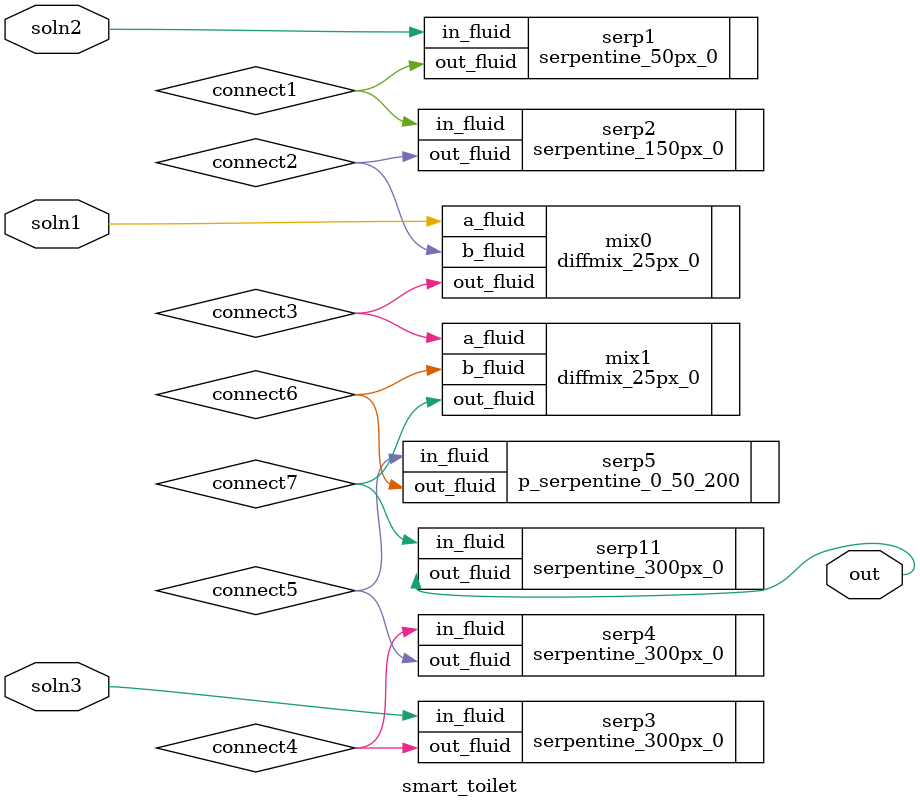
<source format=v>
module smart_toilet (
    soln1,
    soln2,
    soln3,
    out
);

input   soln1, soln2, soln3;
output  out;

wire    connect1,  connect2,  connect3,  connect4,  connect5,  connect6,  connect7;

serpentine_50px_0   serp1   (.in_fluid(soln2), .out_fluid(connect1));
serpentine_150px_0  serp2   (.in_fluid(connect1), .out_fluid(connect2));

diffmix_25px_0      mix0    (.a_fluid(soln1), .b_fluid(connect2), .out_fluid(connect3));

serpentine_300px_0  serp3   (.in_fluid(soln3), .out_fluid(connect4));
serpentine_300px_0  serp4   (.in_fluid(connect4), .out_fluid(connect5));
p_serpentine_0_50_200  serp5   (.in_fluid(connect5), .out_fluid(connect6));



diffmix_25px_0      mix1    (.a_fluid(connect3), .b_fluid(connect6), .out_fluid(connect7));

serpentine_300px_0  serp11  (.in_fluid(connect7), .out_fluid(out));

endmodule
</source>
